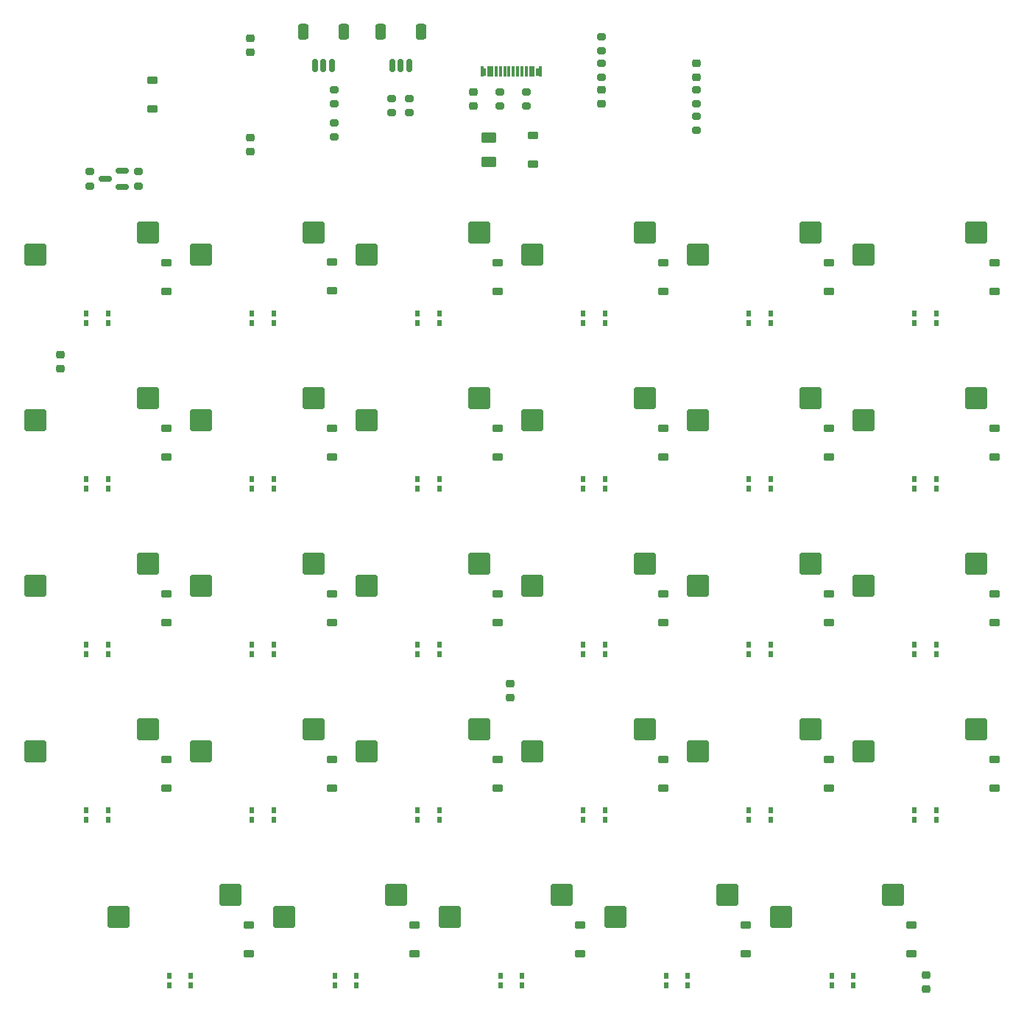
<source format=gbr>
%TF.GenerationSoftware,KiCad,Pcbnew,8.0.4*%
%TF.CreationDate,2024-09-16T13:50:06+09:00*%
%TF.ProjectId,yuiop29re,7975696f-7032-4397-9265-2e6b69636164,1*%
%TF.SameCoordinates,Original*%
%TF.FileFunction,Paste,Bot*%
%TF.FilePolarity,Positive*%
%FSLAX46Y46*%
G04 Gerber Fmt 4.6, Leading zero omitted, Abs format (unit mm)*
G04 Created by KiCad (PCBNEW 8.0.4) date 2024-09-16 13:50:06*
%MOMM*%
%LPD*%
G01*
G04 APERTURE LIST*
G04 Aperture macros list*
%AMRoundRect*
0 Rectangle with rounded corners*
0 $1 Rounding radius*
0 $2 $3 $4 $5 $6 $7 $8 $9 X,Y pos of 4 corners*
0 Add a 4 corners polygon primitive as box body*
4,1,4,$2,$3,$4,$5,$6,$7,$8,$9,$2,$3,0*
0 Add four circle primitives for the rounded corners*
1,1,$1+$1,$2,$3*
1,1,$1+$1,$4,$5*
1,1,$1+$1,$6,$7*
1,1,$1+$1,$8,$9*
0 Add four rect primitives between the rounded corners*
20,1,$1+$1,$2,$3,$4,$5,0*
20,1,$1+$1,$4,$5,$6,$7,0*
20,1,$1+$1,$6,$7,$8,$9,0*
20,1,$1+$1,$8,$9,$2,$3,0*%
G04 Aperture macros list end*
%ADD10R,0.600000X0.700000*%
%ADD11RoundRect,0.225000X0.375000X-0.225000X0.375000X0.225000X-0.375000X0.225000X-0.375000X-0.225000X0*%
%ADD12RoundRect,0.250000X-1.025000X-1.000000X1.025000X-1.000000X1.025000X1.000000X-1.025000X1.000000X0*%
%ADD13RoundRect,0.225000X-0.375000X0.225000X-0.375000X-0.225000X0.375000X-0.225000X0.375000X0.225000X0*%
%ADD14RoundRect,0.200000X-0.275000X0.200000X-0.275000X-0.200000X0.275000X-0.200000X0.275000X0.200000X0*%
%ADD15RoundRect,0.150000X-0.150000X-0.625000X0.150000X-0.625000X0.150000X0.625000X-0.150000X0.625000X0*%
%ADD16RoundRect,0.250000X-0.350000X-0.650000X0.350000X-0.650000X0.350000X0.650000X-0.350000X0.650000X0*%
%ADD17RoundRect,0.225000X-0.250000X0.225000X-0.250000X-0.225000X0.250000X-0.225000X0.250000X0.225000X0*%
%ADD18RoundRect,0.150000X0.587500X0.150000X-0.587500X0.150000X-0.587500X-0.150000X0.587500X-0.150000X0*%
%ADD19RoundRect,0.225000X0.250000X-0.225000X0.250000X0.225000X-0.250000X0.225000X-0.250000X-0.225000X0*%
%ADD20RoundRect,0.200000X0.275000X-0.200000X0.275000X0.200000X-0.275000X0.200000X-0.275000X-0.200000X0*%
%ADD21RoundRect,0.250000X-0.625000X0.375000X-0.625000X-0.375000X0.625000X-0.375000X0.625000X0.375000X0*%
%ADD22R,0.300000X1.150000*%
%ADD23R,0.300000X0.950000*%
G04 APERTURE END LIST*
D10*
%TO.C,LED21*%
X158275000Y-132787500D03*
X158275000Y-133887500D03*
X160775000Y-133887500D03*
X160775000Y-132787500D03*
%TD*%
D11*
%TO.C,D13*%
X110312500Y-111175000D03*
X110312500Y-107875000D03*
%TD*%
D12*
%TO.C,KSW12*%
X190540000Y-87935000D03*
X203467000Y-85395000D03*
%TD*%
D11*
%TO.C,D8*%
X129362500Y-92125000D03*
X129362500Y-88825000D03*
%TD*%
%TO.C,D26*%
X138887500Y-149275000D03*
X138887500Y-145975000D03*
%TD*%
D10*
%TO.C,LED7*%
X196375000Y-94687500D03*
X196375000Y-95787500D03*
X198875000Y-95787500D03*
X198875000Y-94687500D03*
%TD*%
%TO.C,LED16*%
X160775000Y-114837500D03*
X160775000Y-113737500D03*
X158275000Y-113737500D03*
X158275000Y-114837500D03*
%TD*%
%TO.C,LED20*%
X177325000Y-132787500D03*
X177325000Y-133887500D03*
X179825000Y-133887500D03*
X179825000Y-132787500D03*
%TD*%
%TO.C,LED27*%
X151250000Y-152937500D03*
X151250000Y-151837500D03*
X148750000Y-151837500D03*
X148750000Y-152937500D03*
%TD*%
%TO.C,LED1*%
X103625000Y-76737500D03*
X103625000Y-75637500D03*
X101125000Y-75637500D03*
X101125000Y-76737500D03*
%TD*%
D11*
%TO.C,D21*%
X148412500Y-130225000D03*
X148412500Y-126925000D03*
%TD*%
%TO.C,D11*%
X186512500Y-92125000D03*
X186512500Y-88825000D03*
%TD*%
D10*
%TO.C,LED29*%
X189350000Y-152937500D03*
X189350000Y-151837500D03*
X186850000Y-151837500D03*
X186850000Y-152937500D03*
%TD*%
%TO.C,LED3*%
X141725000Y-76737500D03*
X141725000Y-75637500D03*
X139225000Y-75637500D03*
X139225000Y-76737500D03*
%TD*%
D12*
%TO.C,KSW21*%
X133390000Y-126035000D03*
X146317000Y-123495000D03*
%TD*%
D11*
%TO.C,D9*%
X148412500Y-92125000D03*
X148412500Y-88825000D03*
%TD*%
%TO.C,D22*%
X167462500Y-130225000D03*
X167462500Y-126925000D03*
%TD*%
D10*
%TO.C,LED15*%
X141725000Y-114837500D03*
X141725000Y-113737500D03*
X139225000Y-113737500D03*
X139225000Y-114837500D03*
%TD*%
D11*
%TO.C,D5*%
X186512500Y-73075000D03*
X186512500Y-69775000D03*
%TD*%
D10*
%TO.C,LED6*%
X198875000Y-76737500D03*
X198875000Y-75637500D03*
X196375000Y-75637500D03*
X196375000Y-76737500D03*
%TD*%
D12*
%TO.C,KSW16*%
X152440000Y-106985000D03*
X165367000Y-104445000D03*
%TD*%
%TO.C,KSW11*%
X171490000Y-87935000D03*
X184417000Y-85395000D03*
%TD*%
D11*
%TO.C,D6*%
X205562500Y-73075000D03*
X205562500Y-69775000D03*
%TD*%
D12*
%TO.C,KSW15*%
X133390000Y-106985000D03*
X146317000Y-104445000D03*
%TD*%
D11*
%TO.C,D14*%
X129362500Y-111175000D03*
X129362500Y-107875000D03*
%TD*%
%TO.C,D7*%
X110312500Y-92125000D03*
X110312500Y-88825000D03*
%TD*%
%TO.C,D27*%
X157937500Y-149275000D03*
X157937500Y-145975000D03*
%TD*%
%TO.C,D10*%
X167462500Y-92125000D03*
X167462500Y-88825000D03*
%TD*%
D12*
%TO.C,KSW9*%
X133390000Y-87935000D03*
X146317000Y-85395000D03*
%TD*%
D10*
%TO.C,LED13*%
X103625000Y-114837500D03*
X103625000Y-113737500D03*
X101125000Y-113737500D03*
X101125000Y-114837500D03*
%TD*%
D12*
%TO.C,KSW18*%
X190540000Y-106985000D03*
X203467000Y-104445000D03*
%TD*%
D10*
%TO.C,LED26*%
X132200000Y-152937500D03*
X132200000Y-151837500D03*
X129700000Y-151837500D03*
X129700000Y-152937500D03*
%TD*%
D12*
%TO.C,KSW1*%
X95290000Y-68885000D03*
X108217000Y-66345000D03*
%TD*%
D10*
%TO.C,LED11*%
X120175000Y-94687500D03*
X120175000Y-95787500D03*
X122675000Y-95787500D03*
X122675000Y-94687500D03*
%TD*%
D11*
%TO.C,D3*%
X148412500Y-73075000D03*
X148412500Y-69775000D03*
%TD*%
%TO.C,D18*%
X205562500Y-111175000D03*
X205562500Y-107875000D03*
%TD*%
D12*
%TO.C,KSW27*%
X142915000Y-145085000D03*
X155842000Y-142545000D03*
%TD*%
D11*
%TO.C,D28*%
X176987500Y-149275000D03*
X176987500Y-145975000D03*
%TD*%
%TO.C,D25*%
X119837500Y-149275000D03*
X119837500Y-145975000D03*
%TD*%
D10*
%TO.C,LED23*%
X120175000Y-132787500D03*
X120175000Y-133887500D03*
X122675000Y-133887500D03*
X122675000Y-132787500D03*
%TD*%
%TO.C,LED14*%
X122675000Y-114837500D03*
X122675000Y-113737500D03*
X120175000Y-113737500D03*
X120175000Y-114837500D03*
%TD*%
%TO.C,LED28*%
X170300000Y-152937500D03*
X170300000Y-151837500D03*
X167800000Y-151837500D03*
X167800000Y-152937500D03*
%TD*%
D11*
%TO.C,D29*%
X196037500Y-149275000D03*
X196037500Y-145975000D03*
%TD*%
D12*
%TO.C,KSW24*%
X190540000Y-126035000D03*
X203467000Y-123495000D03*
%TD*%
D10*
%TO.C,LED10*%
X139225000Y-94687500D03*
X139225000Y-95787500D03*
X141725000Y-95787500D03*
X141725000Y-94687500D03*
%TD*%
D11*
%TO.C,D16*%
X167462500Y-111175000D03*
X167462500Y-107875000D03*
%TD*%
%TO.C,D15*%
X148412500Y-111175000D03*
X148412500Y-107875000D03*
%TD*%
%TO.C,D12*%
X205562500Y-92125000D03*
X205562500Y-88825000D03*
%TD*%
D12*
%TO.C,KSW28*%
X161965000Y-145085000D03*
X174892000Y-142545000D03*
%TD*%
D11*
%TO.C,D24*%
X205562500Y-130225000D03*
X205562500Y-126925000D03*
%TD*%
D12*
%TO.C,KSW25*%
X104815000Y-145085000D03*
X117742000Y-142545000D03*
%TD*%
%TO.C,KSW10*%
X152440000Y-87935000D03*
X165367000Y-85395000D03*
%TD*%
%TO.C,KSW19*%
X95290000Y-126035000D03*
X108217000Y-123495000D03*
%TD*%
D10*
%TO.C,LED2*%
X122675000Y-76737500D03*
X122675000Y-75637500D03*
X120175000Y-75637500D03*
X120175000Y-76737500D03*
%TD*%
%TO.C,LED17*%
X179825000Y-114837500D03*
X179825000Y-113737500D03*
X177325000Y-113737500D03*
X177325000Y-114837500D03*
%TD*%
%TO.C,LED25*%
X113150000Y-152937500D03*
X113150000Y-151837500D03*
X110650000Y-151837500D03*
X110650000Y-152937500D03*
%TD*%
D12*
%TO.C,KSW4*%
X152440000Y-68885000D03*
X165367000Y-66345000D03*
%TD*%
%TO.C,KSW22*%
X152440000Y-126035000D03*
X165367000Y-123495000D03*
%TD*%
%TO.C,KSW14*%
X114340000Y-106985000D03*
X127267000Y-104445000D03*
%TD*%
%TO.C,KSW20*%
X114340000Y-126035000D03*
X127267000Y-123495000D03*
%TD*%
D10*
%TO.C,LED19*%
X196375000Y-132787500D03*
X196375000Y-133887500D03*
X198875000Y-133887500D03*
X198875000Y-132787500D03*
%TD*%
%TO.C,LED18*%
X198875000Y-114837500D03*
X198875000Y-113737500D03*
X196375000Y-113737500D03*
X196375000Y-114837500D03*
%TD*%
D11*
%TO.C,D17*%
X186512500Y-111175000D03*
X186512500Y-107875000D03*
%TD*%
D12*
%TO.C,KSW13*%
X95290000Y-106985000D03*
X108217000Y-104445000D03*
%TD*%
D11*
%TO.C,D4*%
X167462500Y-73075000D03*
X167462500Y-69775000D03*
%TD*%
D12*
%TO.C,KSW23*%
X171490000Y-126035000D03*
X184417000Y-123495000D03*
%TD*%
D11*
%TO.C,D19*%
X110312500Y-130225000D03*
X110312500Y-126925000D03*
%TD*%
%TO.C,D20*%
X129362500Y-130225000D03*
X129362500Y-126925000D03*
%TD*%
D12*
%TO.C,KSW29*%
X181015000Y-145085000D03*
X193942000Y-142545000D03*
%TD*%
%TO.C,KSW6*%
X190540000Y-68885000D03*
X203467000Y-66345000D03*
%TD*%
D11*
%TO.C,D30*%
X108725000Y-52150000D03*
X108725000Y-48850000D03*
%TD*%
D10*
%TO.C,LED8*%
X177325000Y-94687500D03*
X177325000Y-95787500D03*
X179825000Y-95787500D03*
X179825000Y-94687500D03*
%TD*%
%TO.C,LED12*%
X101125000Y-94687500D03*
X101125000Y-95787500D03*
X103625000Y-95787500D03*
X103625000Y-94687500D03*
%TD*%
D12*
%TO.C,KSW2*%
X114340000Y-68885000D03*
X127267000Y-66345000D03*
%TD*%
%TO.C,KSW3*%
X133390000Y-68885000D03*
X146317000Y-66345000D03*
%TD*%
D10*
%TO.C,LED4*%
X160775000Y-76737500D03*
X160775000Y-75637500D03*
X158275000Y-75637500D03*
X158275000Y-76737500D03*
%TD*%
D12*
%TO.C,KSW17*%
X171490000Y-106985000D03*
X184417000Y-104445000D03*
%TD*%
%TO.C,KSW7*%
X95290000Y-87935000D03*
X108217000Y-85395000D03*
%TD*%
D10*
%TO.C,LED5*%
X179825000Y-76737500D03*
X179825000Y-75637500D03*
X177325000Y-75637500D03*
X177325000Y-76737500D03*
%TD*%
%TO.C,LED9*%
X158275000Y-94687500D03*
X158275000Y-95787500D03*
X160775000Y-95787500D03*
X160775000Y-94687500D03*
%TD*%
D11*
%TO.C,D1*%
X110312500Y-73075000D03*
X110312500Y-69775000D03*
%TD*%
D12*
%TO.C,KSW5*%
X171490000Y-68885000D03*
X184417000Y-66345000D03*
%TD*%
D11*
%TO.C,D23*%
X186512500Y-130225000D03*
X186512500Y-126925000D03*
%TD*%
D12*
%TO.C,KSW26*%
X123865000Y-145085000D03*
X136792000Y-142545000D03*
%TD*%
%TO.C,KSW8*%
X114340000Y-87935000D03*
X127267000Y-85395000D03*
%TD*%
D10*
%TO.C,LED24*%
X101125000Y-132787500D03*
X101125000Y-133887500D03*
X103625000Y-133887500D03*
X103625000Y-132787500D03*
%TD*%
%TO.C,LED22*%
X139225000Y-132787500D03*
X139225000Y-133887500D03*
X141725000Y-133887500D03*
X141725000Y-132787500D03*
%TD*%
D11*
%TO.C,D2*%
X129362500Y-73012500D03*
X129362500Y-69712500D03*
%TD*%
D13*
%TO.C,DS1*%
X152540000Y-55170000D03*
X152540000Y-58470000D03*
%TD*%
D14*
%TO.C,R11*%
X136284000Y-50915000D03*
X136284000Y-52565000D03*
%TD*%
D15*
%TO.C,J5*%
X127410000Y-47136000D03*
X128410000Y-47136000D03*
X129410000Y-47136000D03*
D16*
X126110000Y-43261000D03*
X130710000Y-43261000D03*
%TD*%
D14*
%TO.C,R5*%
X107100000Y-59350000D03*
X107100000Y-61000000D03*
%TD*%
D17*
%TO.C,C1*%
X145682000Y-50203000D03*
X145682000Y-51753000D03*
%TD*%
D15*
%TO.C,J4*%
X136300000Y-47136000D03*
X137300000Y-47136000D03*
X138300000Y-47136000D03*
D16*
X135000000Y-43261000D03*
X139600000Y-43261000D03*
%TD*%
D18*
%TO.C,Q1*%
X105228125Y-59225000D03*
X105228125Y-61125000D03*
X103353125Y-60175000D03*
%TD*%
D19*
%TO.C,C8*%
X120028000Y-45560000D03*
X120028000Y-44010000D03*
%TD*%
D14*
%TO.C,R1*%
X148730000Y-50153000D03*
X148730000Y-51803000D03*
%TD*%
D19*
%TO.C,C6*%
X160414000Y-51499000D03*
X160414000Y-49949000D03*
%TD*%
D14*
%TO.C,R3*%
X171336000Y-49899000D03*
X171336000Y-51549000D03*
%TD*%
%TO.C,R4*%
X171336000Y-52947000D03*
X171336000Y-54597000D03*
%TD*%
D17*
%TO.C,C3*%
X98184000Y-80429000D03*
X98184000Y-81979000D03*
%TD*%
D20*
%TO.C,R10*%
X160414000Y-48501000D03*
X160414000Y-46851000D03*
%TD*%
D14*
%TO.C,R7*%
X129680000Y-53709000D03*
X129680000Y-55359000D03*
%TD*%
D21*
%TO.C,F1*%
X147460000Y-55420000D03*
X147460000Y-58220000D03*
%TD*%
D20*
%TO.C,R9*%
X160414000Y-45453000D03*
X160414000Y-43803000D03*
%TD*%
D19*
%TO.C,C2*%
X171336000Y-48451000D03*
X171336000Y-46901000D03*
%TD*%
%TO.C,C5*%
X197752000Y-153353000D03*
X197752000Y-151803000D03*
%TD*%
D14*
%TO.C,R8*%
X129680000Y-49899000D03*
X129680000Y-51549000D03*
%TD*%
D17*
%TO.C,C4*%
X149873000Y-118275000D03*
X149873000Y-119825000D03*
%TD*%
D14*
%TO.C,R6*%
X101500000Y-59350000D03*
X101500000Y-61000000D03*
%TD*%
%TO.C,R12*%
X138316000Y-50915000D03*
X138316000Y-52565000D03*
%TD*%
D22*
%TO.C,J1*%
X146650000Y-47790000D03*
X147450000Y-47790000D03*
X148750000Y-47790000D03*
X149750000Y-47790000D03*
X150250000Y-47790000D03*
X151250000Y-47790000D03*
X152550000Y-47790000D03*
X153350000Y-47790000D03*
D23*
X153050000Y-47890000D03*
D22*
X152250000Y-47790000D03*
X151750000Y-47790000D03*
X150750000Y-47790000D03*
X149250000Y-47790000D03*
X148250000Y-47790000D03*
X147750000Y-47790000D03*
D23*
X146950000Y-47890000D03*
%TD*%
D17*
%TO.C,C7*%
X120028000Y-55440000D03*
X120028000Y-56990000D03*
%TD*%
D14*
%TO.C,R2*%
X151778000Y-50153000D03*
X151778000Y-51803000D03*
%TD*%
M02*

</source>
